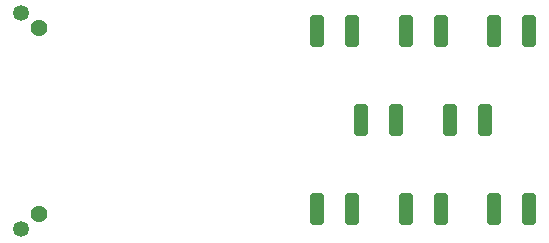
<source format=gbr>
%TF.GenerationSoftware,KiCad,Pcbnew,9.0.2*%
%TF.CreationDate,2025-05-27T11:43:51-07:00*%
%TF.ProjectId,8_6mSiPMs,385f366d-5369-4504-9d73-2e6b69636164,rev?*%
%TF.SameCoordinates,Original*%
%TF.FileFunction,Soldermask,Bot*%
%TF.FilePolarity,Negative*%
%FSLAX46Y46*%
G04 Gerber Fmt 4.6, Leading zero omitted, Abs format (unit mm)*
G04 Created by KiCad (PCBNEW 9.0.2) date 2025-05-27 11:43:51*
%MOMM*%
%LPD*%
G01*
G04 APERTURE LIST*
G04 Aperture macros list*
%AMRoundRect*
0 Rectangle with rounded corners*
0 $1 Rounding radius*
0 $2 $3 $4 $5 $6 $7 $8 $9 X,Y pos of 4 corners*
0 Add a 4 corners polygon primitive as box body*
4,1,4,$2,$3,$4,$5,$6,$7,$8,$9,$2,$3,0*
0 Add four circle primitives for the rounded corners*
1,1,$1+$1,$2,$3*
1,1,$1+$1,$4,$5*
1,1,$1+$1,$6,$7*
1,1,$1+$1,$8,$9*
0 Add four rect primitives between the rounded corners*
20,1,$1+$1,$2,$3,$4,$5,0*
20,1,$1+$1,$4,$5,$6,$7,0*
20,1,$1+$1,$6,$7,$8,$9,0*
20,1,$1+$1,$8,$9,$2,$3,0*%
G04 Aperture macros list end*
%ADD10C,1.350000*%
%ADD11C,1.431000*%
%ADD12RoundRect,0.250000X-0.325000X-1.100000X0.325000X-1.100000X0.325000X1.100000X-0.325000X1.100000X0*%
%ADD13RoundRect,0.250000X0.325000X1.100000X-0.325000X1.100000X-0.325000X-1.100000X0.325000X-1.100000X0*%
G04 APERTURE END LIST*
D10*
%TO.C,J\u002A\u002A*%
X124900000Y-98555000D03*
X124900000Y-116845000D03*
D11*
X126400000Y-99805000D03*
X126400000Y-115595000D03*
%TD*%
D12*
%TO.C,10 nF*%
X164968198Y-100100000D03*
X167918198Y-100100000D03*
%TD*%
%TO.C,10 nF*%
X157468198Y-100100000D03*
X160418198Y-100100000D03*
%TD*%
%TO.C,10 nF*%
X149968198Y-115100000D03*
X152918198Y-115100000D03*
%TD*%
%TO.C,10 nF*%
X164968198Y-115100000D03*
X167918198Y-115100000D03*
%TD*%
%TO.C,10 nF*%
X153718198Y-107600000D03*
X156668198Y-107600000D03*
%TD*%
%TO.C,10 nF*%
X161218198Y-107600000D03*
X164168198Y-107600000D03*
%TD*%
D13*
%TO.C,10 nF*%
X152918198Y-100100000D03*
X149968198Y-100100000D03*
%TD*%
D12*
%TO.C,10 nF*%
X157468198Y-115100000D03*
X160418198Y-115100000D03*
%TD*%
M02*

</source>
